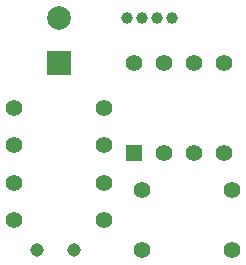
<source format=gbs>
G04 (created by PCBNEW (2013-mar-25)-stable) date Monday, September 30, 2013 05:41:20 PM*
%MOIN*%
G04 Gerber Fmt 3.4, Leading zero omitted, Abs format*
%FSLAX34Y34*%
G01*
G70*
G90*
G04 APERTURE LIST*
%ADD10C,0.006*%
%ADD11C,0.055*%
%ADD12C,0.0394*%
%ADD13R,0.0787X0.0787*%
%ADD14C,0.0787*%
%ADD15R,0.055X0.055*%
%ADD16C,0.045*%
G04 APERTURE END LIST*
G54D10*
G54D11*
X56500Y-26750D03*
X56500Y-28750D03*
X53500Y-26750D03*
X53500Y-28750D03*
X52250Y-25250D03*
X49250Y-25250D03*
X52250Y-24000D03*
X49250Y-24000D03*
X52250Y-26500D03*
X49250Y-26500D03*
X52250Y-27750D03*
X49250Y-27750D03*
G54D12*
X54500Y-21000D03*
X54000Y-21000D03*
X53500Y-21000D03*
X53000Y-21000D03*
G54D13*
X50750Y-22500D03*
G54D14*
X50750Y-21000D03*
G54D15*
X53250Y-25500D03*
G54D11*
X54250Y-25500D03*
X55250Y-25500D03*
X56250Y-25500D03*
X56250Y-22500D03*
X55250Y-22500D03*
X54250Y-22500D03*
X53250Y-22500D03*
G54D16*
X50000Y-28750D03*
X51250Y-28750D03*
M02*

</source>
